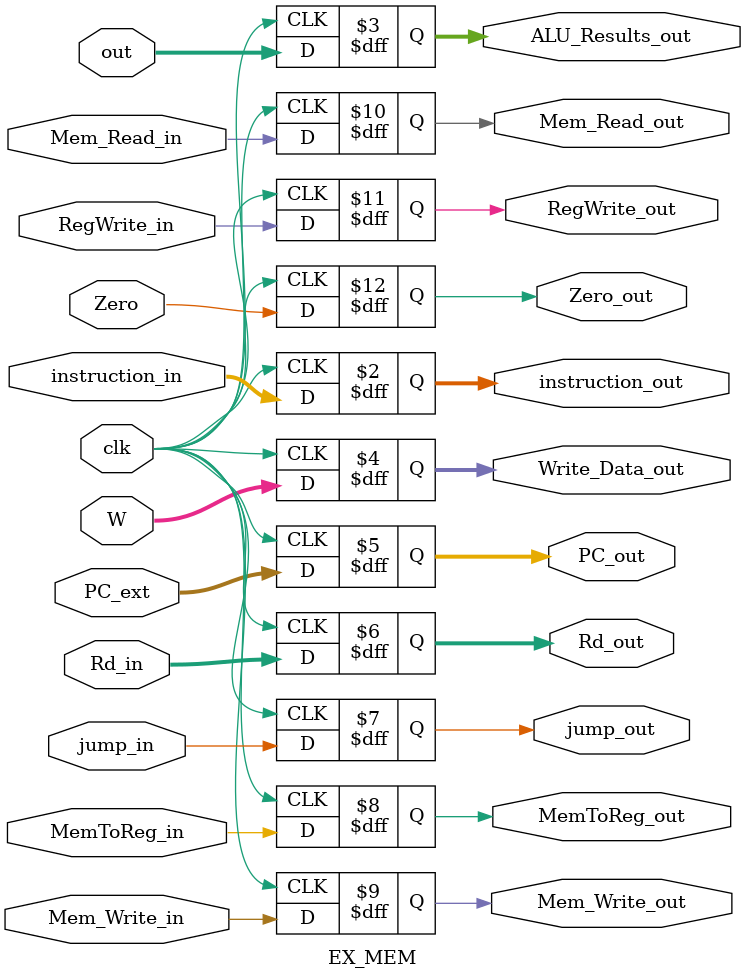
<source format=v>
`timescale 1ns / 1ps

module EX_MEM(input [31:0]PC_ext,W,
//input [27:0]Sign_exe_jump_in,
input Zero,
input clk,jump_in,MemToReg_in,Mem_Write_in,Mem_Read_in,RegWrite_in,
input [31:0] instruction_in,out,
input [4:0] Rd_in,
output reg [31:0] instruction_out,ALU_Results_out,Write_Data_out,PC_out,
output reg [4:0] Rd_out,
output reg jump_out,MemToReg_out,Mem_Write_out,Mem_Read_out,RegWrite_out,
output reg Zero_out
    );
   
always@(posedge clk)
    begin
       
         instruction_out <= instruction_in;
         ALU_Results_out <= out;
         Write_Data_out <= W;
         Rd_out <= Rd_in;
         PC_out <= PC_ext;
         jump_out <= jump_in;
         MemToReg_out <= MemToReg_in;
         Mem_Write_out <= Mem_Write_in;
         Mem_Read_out <= Mem_Read_in;
         RegWrite_out <= RegWrite_in;
         Zero_out <= Zero;
    end

endmodule

</source>
